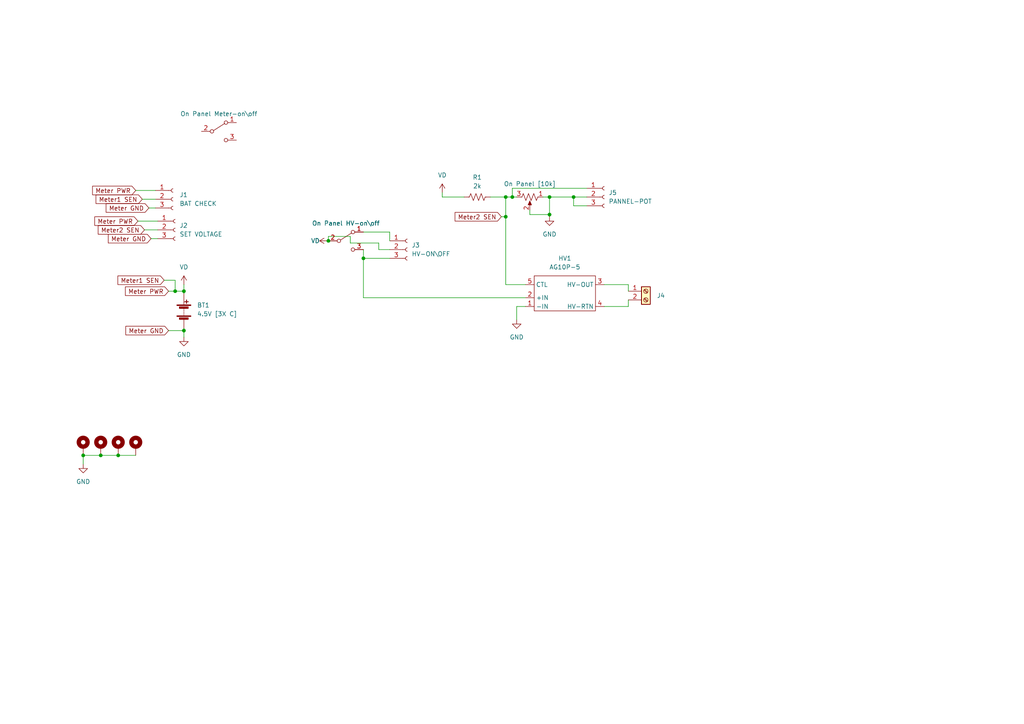
<source format=kicad_sch>
(kicad_sch (version 20211123) (generator eeschema)

  (uuid 38121979-721d-453f-adc0-de4118558174)

  (paper "A4")

  (lib_symbols
    (symbol "Connector:Conn_01x03_Female" (pin_names (offset 1.016) hide) (in_bom yes) (on_board yes)
      (property "Reference" "J" (id 0) (at 0 5.08 0)
        (effects (font (size 1.27 1.27)))
      )
      (property "Value" "Conn_01x03_Female" (id 1) (at 0 -5.08 0)
        (effects (font (size 1.27 1.27)))
      )
      (property "Footprint" "" (id 2) (at 0 0 0)
        (effects (font (size 1.27 1.27)) hide)
      )
      (property "Datasheet" "~" (id 3) (at 0 0 0)
        (effects (font (size 1.27 1.27)) hide)
      )
      (property "ki_keywords" "connector" (id 4) (at 0 0 0)
        (effects (font (size 1.27 1.27)) hide)
      )
      (property "ki_description" "Generic connector, single row, 01x03, script generated (kicad-library-utils/schlib/autogen/connector/)" (id 5) (at 0 0 0)
        (effects (font (size 1.27 1.27)) hide)
      )
      (property "ki_fp_filters" "Connector*:*_1x??_*" (id 6) (at 0 0 0)
        (effects (font (size 1.27 1.27)) hide)
      )
      (symbol "Conn_01x03_Female_1_1"
        (arc (start 0 -2.032) (mid -0.508 -2.54) (end 0 -3.048)
          (stroke (width 0.1524) (type default) (color 0 0 0 0))
          (fill (type none))
        )
        (polyline
          (pts
            (xy -1.27 -2.54)
            (xy -0.508 -2.54)
          )
          (stroke (width 0.1524) (type default) (color 0 0 0 0))
          (fill (type none))
        )
        (polyline
          (pts
            (xy -1.27 0)
            (xy -0.508 0)
          )
          (stroke (width 0.1524) (type default) (color 0 0 0 0))
          (fill (type none))
        )
        (polyline
          (pts
            (xy -1.27 2.54)
            (xy -0.508 2.54)
          )
          (stroke (width 0.1524) (type default) (color 0 0 0 0))
          (fill (type none))
        )
        (arc (start 0 0.508) (mid -0.508 0) (end 0 -0.508)
          (stroke (width 0.1524) (type default) (color 0 0 0 0))
          (fill (type none))
        )
        (arc (start 0 3.048) (mid -0.508 2.54) (end 0 2.032)
          (stroke (width 0.1524) (type default) (color 0 0 0 0))
          (fill (type none))
        )
        (pin passive line (at -5.08 2.54 0) (length 3.81)
          (name "Pin_1" (effects (font (size 1.27 1.27))))
          (number "1" (effects (font (size 1.27 1.27))))
        )
        (pin passive line (at -5.08 0 0) (length 3.81)
          (name "Pin_2" (effects (font (size 1.27 1.27))))
          (number "2" (effects (font (size 1.27 1.27))))
        )
        (pin passive line (at -5.08 -2.54 0) (length 3.81)
          (name "Pin_3" (effects (font (size 1.27 1.27))))
          (number "3" (effects (font (size 1.27 1.27))))
        )
      )
    )
    (symbol "Connector:Screw_Terminal_01x02" (pin_names (offset 1.016) hide) (in_bom yes) (on_board yes)
      (property "Reference" "J" (id 0) (at 0 2.54 0)
        (effects (font (size 1.27 1.27)))
      )
      (property "Value" "Screw_Terminal_01x02" (id 1) (at 0 -5.08 0)
        (effects (font (size 1.27 1.27)))
      )
      (property "Footprint" "" (id 2) (at 0 0 0)
        (effects (font (size 1.27 1.27)) hide)
      )
      (property "Datasheet" "~" (id 3) (at 0 0 0)
        (effects (font (size 1.27 1.27)) hide)
      )
      (property "ki_keywords" "screw terminal" (id 4) (at 0 0 0)
        (effects (font (size 1.27 1.27)) hide)
      )
      (property "ki_description" "Generic screw terminal, single row, 01x02, script generated (kicad-library-utils/schlib/autogen/connector/)" (id 5) (at 0 0 0)
        (effects (font (size 1.27 1.27)) hide)
      )
      (property "ki_fp_filters" "TerminalBlock*:*" (id 6) (at 0 0 0)
        (effects (font (size 1.27 1.27)) hide)
      )
      (symbol "Screw_Terminal_01x02_1_1"
        (rectangle (start -1.27 1.27) (end 1.27 -3.81)
          (stroke (width 0.254) (type default) (color 0 0 0 0))
          (fill (type background))
        )
        (circle (center 0 -2.54) (radius 0.635)
          (stroke (width 0.1524) (type default) (color 0 0 0 0))
          (fill (type none))
        )
        (polyline
          (pts
            (xy -0.5334 -2.2098)
            (xy 0.3302 -3.048)
          )
          (stroke (width 0.1524) (type default) (color 0 0 0 0))
          (fill (type none))
        )
        (polyline
          (pts
            (xy -0.5334 0.3302)
            (xy 0.3302 -0.508)
          )
          (stroke (width 0.1524) (type default) (color 0 0 0 0))
          (fill (type none))
        )
        (polyline
          (pts
            (xy -0.3556 -2.032)
            (xy 0.508 -2.8702)
          )
          (stroke (width 0.1524) (type default) (color 0 0 0 0))
          (fill (type none))
        )
        (polyline
          (pts
            (xy -0.3556 0.508)
            (xy 0.508 -0.3302)
          )
          (stroke (width 0.1524) (type default) (color 0 0 0 0))
          (fill (type none))
        )
        (circle (center 0 0) (radius 0.635)
          (stroke (width 0.1524) (type default) (color 0 0 0 0))
          (fill (type none))
        )
        (pin passive line (at -5.08 0 0) (length 3.81)
          (name "Pin_1" (effects (font (size 1.27 1.27))))
          (number "1" (effects (font (size 1.27 1.27))))
        )
        (pin passive line (at -5.08 -2.54 0) (length 3.81)
          (name "Pin_2" (effects (font (size 1.27 1.27))))
          (number "2" (effects (font (size 1.27 1.27))))
        )
      )
    )
    (symbol "Device:Battery" (pin_numbers hide) (pin_names (offset 0) hide) (in_bom yes) (on_board yes)
      (property "Reference" "BT" (id 0) (at 2.54 2.54 0)
        (effects (font (size 1.27 1.27)) (justify left))
      )
      (property "Value" "Battery" (id 1) (at 2.54 0 0)
        (effects (font (size 1.27 1.27)) (justify left))
      )
      (property "Footprint" "" (id 2) (at 0 1.524 90)
        (effects (font (size 1.27 1.27)) hide)
      )
      (property "Datasheet" "~" (id 3) (at 0 1.524 90)
        (effects (font (size 1.27 1.27)) hide)
      )
      (property "ki_keywords" "batt voltage-source cell" (id 4) (at 0 0 0)
        (effects (font (size 1.27 1.27)) hide)
      )
      (property "ki_description" "Multiple-cell battery" (id 5) (at 0 0 0)
        (effects (font (size 1.27 1.27)) hide)
      )
      (symbol "Battery_0_1"
        (rectangle (start -2.032 -1.397) (end 2.032 -1.651)
          (stroke (width 0) (type default) (color 0 0 0 0))
          (fill (type outline))
        )
        (rectangle (start -2.032 1.778) (end 2.032 1.524)
          (stroke (width 0) (type default) (color 0 0 0 0))
          (fill (type outline))
        )
        (rectangle (start -1.3208 -1.9812) (end 1.27 -2.4892)
          (stroke (width 0) (type default) (color 0 0 0 0))
          (fill (type outline))
        )
        (rectangle (start -1.3208 1.1938) (end 1.27 0.6858)
          (stroke (width 0) (type default) (color 0 0 0 0))
          (fill (type outline))
        )
        (polyline
          (pts
            (xy 0 -1.524)
            (xy 0 -1.27)
          )
          (stroke (width 0) (type default) (color 0 0 0 0))
          (fill (type none))
        )
        (polyline
          (pts
            (xy 0 -1.016)
            (xy 0 -0.762)
          )
          (stroke (width 0) (type default) (color 0 0 0 0))
          (fill (type none))
        )
        (polyline
          (pts
            (xy 0 -0.508)
            (xy 0 -0.254)
          )
          (stroke (width 0) (type default) (color 0 0 0 0))
          (fill (type none))
        )
        (polyline
          (pts
            (xy 0 0)
            (xy 0 0.254)
          )
          (stroke (width 0) (type default) (color 0 0 0 0))
          (fill (type none))
        )
        (polyline
          (pts
            (xy 0 0.508)
            (xy 0 0.762)
          )
          (stroke (width 0) (type default) (color 0 0 0 0))
          (fill (type none))
        )
        (polyline
          (pts
            (xy 0 1.778)
            (xy 0 2.54)
          )
          (stroke (width 0) (type default) (color 0 0 0 0))
          (fill (type none))
        )
        (polyline
          (pts
            (xy 0.254 2.667)
            (xy 1.27 2.667)
          )
          (stroke (width 0.254) (type default) (color 0 0 0 0))
          (fill (type none))
        )
        (polyline
          (pts
            (xy 0.762 3.175)
            (xy 0.762 2.159)
          )
          (stroke (width 0.254) (type default) (color 0 0 0 0))
          (fill (type none))
        )
      )
      (symbol "Battery_1_1"
        (pin passive line (at 0 5.08 270) (length 2.54)
          (name "+" (effects (font (size 1.27 1.27))))
          (number "1" (effects (font (size 1.27 1.27))))
        )
        (pin passive line (at 0 -5.08 90) (length 2.54)
          (name "-" (effects (font (size 1.27 1.27))))
          (number "2" (effects (font (size 1.27 1.27))))
        )
      )
    )
    (symbol "Device:R_Potentiometer_US" (pin_names (offset 1.016) hide) (in_bom yes) (on_board yes)
      (property "Reference" "RV" (id 0) (at -4.445 0 90)
        (effects (font (size 1.27 1.27)))
      )
      (property "Value" "R_Potentiometer_US" (id 1) (at -2.54 0 90)
        (effects (font (size 1.27 1.27)))
      )
      (property "Footprint" "" (id 2) (at 0 0 0)
        (effects (font (size 1.27 1.27)) hide)
      )
      (property "Datasheet" "~" (id 3) (at 0 0 0)
        (effects (font (size 1.27 1.27)) hide)
      )
      (property "ki_keywords" "resistor variable" (id 4) (at 0 0 0)
        (effects (font (size 1.27 1.27)) hide)
      )
      (property "ki_description" "Potentiometer, US symbol" (id 5) (at 0 0 0)
        (effects (font (size 1.27 1.27)) hide)
      )
      (property "ki_fp_filters" "Potentiometer*" (id 6) (at 0 0 0)
        (effects (font (size 1.27 1.27)) hide)
      )
      (symbol "R_Potentiometer_US_0_1"
        (polyline
          (pts
            (xy 0 -2.286)
            (xy 0 -2.54)
          )
          (stroke (width 0) (type default) (color 0 0 0 0))
          (fill (type none))
        )
        (polyline
          (pts
            (xy 0 2.54)
            (xy 0 2.286)
          )
          (stroke (width 0) (type default) (color 0 0 0 0))
          (fill (type none))
        )
        (polyline
          (pts
            (xy 2.54 0)
            (xy 1.524 0)
          )
          (stroke (width 0) (type default) (color 0 0 0 0))
          (fill (type none))
        )
        (polyline
          (pts
            (xy 1.143 0)
            (xy 2.286 0.508)
            (xy 2.286 -0.508)
            (xy 1.143 0)
          )
          (stroke (width 0) (type default) (color 0 0 0 0))
          (fill (type outline))
        )
        (polyline
          (pts
            (xy 0 -0.762)
            (xy 1.016 -1.143)
            (xy 0 -1.524)
            (xy -1.016 -1.905)
            (xy 0 -2.286)
          )
          (stroke (width 0) (type default) (color 0 0 0 0))
          (fill (type none))
        )
        (polyline
          (pts
            (xy 0 0.762)
            (xy 1.016 0.381)
            (xy 0 0)
            (xy -1.016 -0.381)
            (xy 0 -0.762)
          )
          (stroke (width 0) (type default) (color 0 0 0 0))
          (fill (type none))
        )
        (polyline
          (pts
            (xy 0 2.286)
            (xy 1.016 1.905)
            (xy 0 1.524)
            (xy -1.016 1.143)
            (xy 0 0.762)
          )
          (stroke (width 0) (type default) (color 0 0 0 0))
          (fill (type none))
        )
      )
      (symbol "R_Potentiometer_US_1_1"
        (pin passive line (at 0 3.81 270) (length 1.27)
          (name "1" (effects (font (size 1.27 1.27))))
          (number "1" (effects (font (size 1.27 1.27))))
        )
        (pin passive line (at 3.81 0 180) (length 1.27)
          (name "2" (effects (font (size 1.27 1.27))))
          (number "2" (effects (font (size 1.27 1.27))))
        )
        (pin passive line (at 0 -3.81 90) (length 1.27)
          (name "3" (effects (font (size 1.27 1.27))))
          (number "3" (effects (font (size 1.27 1.27))))
        )
      )
    )
    (symbol "Device:R_US" (pin_numbers hide) (pin_names (offset 0)) (in_bom yes) (on_board yes)
      (property "Reference" "R" (id 0) (at 2.54 0 90)
        (effects (font (size 1.27 1.27)))
      )
      (property "Value" "R_US" (id 1) (at -2.54 0 90)
        (effects (font (size 1.27 1.27)))
      )
      (property "Footprint" "" (id 2) (at 1.016 -0.254 90)
        (effects (font (size 1.27 1.27)) hide)
      )
      (property "Datasheet" "~" (id 3) (at 0 0 0)
        (effects (font (size 1.27 1.27)) hide)
      )
      (property "ki_keywords" "R res resistor" (id 4) (at 0 0 0)
        (effects (font (size 1.27 1.27)) hide)
      )
      (property "ki_description" "Resistor, US symbol" (id 5) (at 0 0 0)
        (effects (font (size 1.27 1.27)) hide)
      )
      (property "ki_fp_filters" "R_*" (id 6) (at 0 0 0)
        (effects (font (size 1.27 1.27)) hide)
      )
      (symbol "R_US_0_1"
        (polyline
          (pts
            (xy 0 -2.286)
            (xy 0 -2.54)
          )
          (stroke (width 0) (type default) (color 0 0 0 0))
          (fill (type none))
        )
        (polyline
          (pts
            (xy 0 2.286)
            (xy 0 2.54)
          )
          (stroke (width 0) (type default) (color 0 0 0 0))
          (fill (type none))
        )
        (polyline
          (pts
            (xy 0 -0.762)
            (xy 1.016 -1.143)
            (xy 0 -1.524)
            (xy -1.016 -1.905)
            (xy 0 -2.286)
          )
          (stroke (width 0) (type default) (color 0 0 0 0))
          (fill (type none))
        )
        (polyline
          (pts
            (xy 0 0.762)
            (xy 1.016 0.381)
            (xy 0 0)
            (xy -1.016 -0.381)
            (xy 0 -0.762)
          )
          (stroke (width 0) (type default) (color 0 0 0 0))
          (fill (type none))
        )
        (polyline
          (pts
            (xy 0 2.286)
            (xy 1.016 1.905)
            (xy 0 1.524)
            (xy -1.016 1.143)
            (xy 0 0.762)
          )
          (stroke (width 0) (type default) (color 0 0 0 0))
          (fill (type none))
        )
      )
      (symbol "R_US_1_1"
        (pin passive line (at 0 3.81 270) (length 1.27)
          (name "~" (effects (font (size 1.27 1.27))))
          (number "1" (effects (font (size 1.27 1.27))))
        )
        (pin passive line (at 0 -3.81 90) (length 1.27)
          (name "~" (effects (font (size 1.27 1.27))))
          (number "2" (effects (font (size 1.27 1.27))))
        )
      )
    )
    (symbol "Mechanical:MountingHole_Pad" (pin_numbers hide) (pin_names (offset 1.016) hide) (in_bom yes) (on_board yes)
      (property "Reference" "H" (id 0) (at 0 6.35 0)
        (effects (font (size 1.27 1.27)))
      )
      (property "Value" "MountingHole_Pad" (id 1) (at 0 4.445 0)
        (effects (font (size 1.27 1.27)))
      )
      (property "Footprint" "" (id 2) (at 0 0 0)
        (effects (font (size 1.27 1.27)) hide)
      )
      (property "Datasheet" "~" (id 3) (at 0 0 0)
        (effects (font (size 1.27 1.27)) hide)
      )
      (property "ki_keywords" "mounting hole" (id 4) (at 0 0 0)
        (effects (font (size 1.27 1.27)) hide)
      )
      (property "ki_description" "Mounting Hole with connection" (id 5) (at 0 0 0)
        (effects (font (size 1.27 1.27)) hide)
      )
      (property "ki_fp_filters" "MountingHole*Pad*" (id 6) (at 0 0 0)
        (effects (font (size 1.27 1.27)) hide)
      )
      (symbol "MountingHole_Pad_0_1"
        (circle (center 0 1.27) (radius 1.27)
          (stroke (width 1.27) (type default) (color 0 0 0 0))
          (fill (type none))
        )
      )
      (symbol "MountingHole_Pad_1_1"
        (pin input line (at 0 -2.54 90) (length 2.54)
          (name "1" (effects (font (size 1.27 1.27))))
          (number "1" (effects (font (size 1.27 1.27))))
        )
      )
    )
    (symbol "SAQHV_Library:AG10P-5" (in_bom yes) (on_board yes)
      (property "Reference" "HV" (id 0) (at 10.16 7.62 0)
        (effects (font (size 1.27 1.27)))
      )
      (property "Value" "AG10P-5" (id 1) (at 10.16 5.08 0)
        (effects (font (size 1.27 1.27)))
      )
      (property "Footprint" "" (id 2) (at 0 0 0)
        (effects (font (size 1.27 1.27)) hide)
      )
      (property "Datasheet" "" (id 3) (at 0 0 0)
        (effects (font (size 1.27 1.27)) hide)
      )
      (symbol "AG10P-5_0_0"
        (pin unspecified line (at 0 -5.08 0) (length 2.54)
          (name "-IN" (effects (font (size 1.27 1.27))))
          (number "1" (effects (font (size 1.27 1.27))))
        )
        (pin unspecified line (at 0 -2.54 0) (length 2.54)
          (name "+IN" (effects (font (size 1.27 1.27))))
          (number "2" (effects (font (size 1.27 1.27))))
        )
        (pin unspecified line (at 22.86 1.27 180) (length 2.54)
          (name "HV-OUT" (effects (font (size 1.27 1.27))))
          (number "3" (effects (font (size 1.27 1.27))))
        )
        (pin unspecified line (at 22.86 -5.08 180) (length 2.54)
          (name "HV-RTN" (effects (font (size 1.27 1.27))))
          (number "4" (effects (font (size 1.27 1.27))))
        )
        (pin unspecified line (at 0 1.27 0) (length 2.54)
          (name "CTL" (effects (font (size 1.27 1.27))))
          (number "5" (effects (font (size 1.27 1.27))))
        )
      )
      (symbol "AG10P-5_0_1"
        (rectangle (start 2.54 3.81) (end 20.32 -6.35)
          (stroke (width 0) (type default) (color 0 0 0 0))
          (fill (type none))
        )
      )
    )
    (symbol "Switch:SW_SPDT" (pin_names (offset 0) hide) (in_bom yes) (on_board yes)
      (property "Reference" "SW" (id 0) (at 0 4.318 0)
        (effects (font (size 1.27 1.27)))
      )
      (property "Value" "SW_SPDT" (id 1) (at 0 -5.08 0)
        (effects (font (size 1.27 1.27)))
      )
      (property "Footprint" "" (id 2) (at 0 0 0)
        (effects (font (size 1.27 1.27)) hide)
      )
      (property "Datasheet" "~" (id 3) (at 0 0 0)
        (effects (font (size 1.27 1.27)) hide)
      )
      (property "ki_keywords" "switch single-pole double-throw spdt ON-ON" (id 4) (at 0 0 0)
        (effects (font (size 1.27 1.27)) hide)
      )
      (property "ki_description" "Switch, single pole double throw" (id 5) (at 0 0 0)
        (effects (font (size 1.27 1.27)) hide)
      )
      (symbol "SW_SPDT_0_0"
        (circle (center -2.032 0) (radius 0.508)
          (stroke (width 0) (type default) (color 0 0 0 0))
          (fill (type none))
        )
        (circle (center 2.032 -2.54) (radius 0.508)
          (stroke (width 0) (type default) (color 0 0 0 0))
          (fill (type none))
        )
      )
      (symbol "SW_SPDT_0_1"
        (polyline
          (pts
            (xy -1.524 0.254)
            (xy 1.651 2.286)
          )
          (stroke (width 0) (type default) (color 0 0 0 0))
          (fill (type none))
        )
        (circle (center 2.032 2.54) (radius 0.508)
          (stroke (width 0) (type default) (color 0 0 0 0))
          (fill (type none))
        )
      )
      (symbol "SW_SPDT_1_1"
        (pin passive line (at 5.08 2.54 180) (length 2.54)
          (name "A" (effects (font (size 1.27 1.27))))
          (number "1" (effects (font (size 1.27 1.27))))
        )
        (pin passive line (at -5.08 0 0) (length 2.54)
          (name "B" (effects (font (size 1.27 1.27))))
          (number "2" (effects (font (size 1.27 1.27))))
        )
        (pin passive line (at 5.08 -2.54 180) (length 2.54)
          (name "C" (effects (font (size 1.27 1.27))))
          (number "3" (effects (font (size 1.27 1.27))))
        )
      )
    )
    (symbol "power:GND" (power) (pin_names (offset 0)) (in_bom yes) (on_board yes)
      (property "Reference" "#PWR" (id 0) (at 0 -6.35 0)
        (effects (font (size 1.27 1.27)) hide)
      )
      (property "Value" "GND" (id 1) (at 0 -3.81 0)
        (effects (font (size 1.27 1.27)))
      )
      (property "Footprint" "" (id 2) (at 0 0 0)
        (effects (font (size 1.27 1.27)) hide)
      )
      (property "Datasheet" "" (id 3) (at 0 0 0)
        (effects (font (size 1.27 1.27)) hide)
      )
      (property "ki_keywords" "power-flag" (id 4) (at 0 0 0)
        (effects (font (size 1.27 1.27)) hide)
      )
      (property "ki_description" "Power symbol creates a global label with name \"GND\" , ground" (id 5) (at 0 0 0)
        (effects (font (size 1.27 1.27)) hide)
      )
      (symbol "GND_0_1"
        (polyline
          (pts
            (xy 0 0)
            (xy 0 -1.27)
            (xy 1.27 -1.27)
            (xy 0 -2.54)
            (xy -1.27 -1.27)
            (xy 0 -1.27)
          )
          (stroke (width 0) (type default) (color 0 0 0 0))
          (fill (type none))
        )
      )
      (symbol "GND_1_1"
        (pin power_in line (at 0 0 270) (length 0) hide
          (name "GND" (effects (font (size 1.27 1.27))))
          (number "1" (effects (font (size 1.27 1.27))))
        )
      )
    )
    (symbol "power:VD" (power) (pin_names (offset 0)) (in_bom yes) (on_board yes)
      (property "Reference" "#PWR" (id 0) (at 0 -3.81 0)
        (effects (font (size 1.27 1.27)) hide)
      )
      (property "Value" "VD" (id 1) (at 0 3.81 0)
        (effects (font (size 1.27 1.27)))
      )
      (property "Footprint" "" (id 2) (at 0 0 0)
        (effects (font (size 1.27 1.27)) hide)
      )
      (property "Datasheet" "" (id 3) (at 0 0 0)
        (effects (font (size 1.27 1.27)) hide)
      )
      (property "ki_keywords" "power-flag" (id 4) (at 0 0 0)
        (effects (font (size 1.27 1.27)) hide)
      )
      (property "ki_description" "Power symbol creates a global label with name \"VD\"" (id 5) (at 0 0 0)
        (effects (font (size 1.27 1.27)) hide)
      )
      (symbol "VD_0_1"
        (polyline
          (pts
            (xy -0.762 1.27)
            (xy 0 2.54)
          )
          (stroke (width 0) (type default) (color 0 0 0 0))
          (fill (type none))
        )
        (polyline
          (pts
            (xy 0 0)
            (xy 0 2.54)
          )
          (stroke (width 0) (type default) (color 0 0 0 0))
          (fill (type none))
        )
        (polyline
          (pts
            (xy 0 2.54)
            (xy 0.762 1.27)
          )
          (stroke (width 0) (type default) (color 0 0 0 0))
          (fill (type none))
        )
      )
      (symbol "VD_1_1"
        (pin power_in line (at 0 0 90) (length 0) hide
          (name "VD" (effects (font (size 1.27 1.27))))
          (number "1" (effects (font (size 1.27 1.27))))
        )
      )
    )
  )

  (junction (at 159.385 57.15) (diameter 0) (color 0 0 0 0)
    (uuid 09840cb3-7114-4f04-8993-5341c028ee0d)
  )
  (junction (at 95.25 69.85) (diameter 0) (color 0 0 0 0)
    (uuid 19e2461f-e16b-4ac7-81da-5942b27f49d6)
  )
  (junction (at 159.385 62.23) (diameter 0) (color 0 0 0 0)
    (uuid 223c82da-058f-4599-9c2b-5486fba7b544)
  )
  (junction (at 34.29 132.08) (diameter 0) (color 0 0 0 0)
    (uuid 28a75b55-ab89-40a5-9191-6a1378113abe)
  )
  (junction (at 146.685 57.15) (diameter 0) (color 0 0 0 0)
    (uuid 33843ea9-ccf0-4eeb-bba3-799db78c8738)
  )
  (junction (at 29.21 132.08) (diameter 0) (color 0 0 0 0)
    (uuid 3a3b5b69-d89b-4e3f-a389-79cee4eb6c05)
  )
  (junction (at 146.685 62.865) (diameter 0) (color 0 0 0 0)
    (uuid 8953ce8e-b01e-4354-b116-d84a955fa811)
  )
  (junction (at 166.37 57.15) (diameter 0) (color 0 0 0 0)
    (uuid 9834a180-c452-4920-a672-3c685ec449a1)
  )
  (junction (at 148.59 57.15) (diameter 0) (color 0 0 0 0)
    (uuid cfca2316-6b7d-413a-9da9-06e8e38620bf)
  )
  (junction (at 53.34 84.455) (diameter 0) (color 0 0 0 0)
    (uuid d09da9b1-e550-4513-be8d-ff9b6c7c7b8c)
  )
  (junction (at 24.13 132.08) (diameter 0) (color 0 0 0 0)
    (uuid e6329c28-edce-4b96-9687-ba7600ae615a)
  )
  (junction (at 50.8 84.455) (diameter 0) (color 0 0 0 0)
    (uuid f36c7f80-00e5-4eaa-be17-0a94243fe1be)
  )
  (junction (at 105.41 74.93) (diameter 0) (color 0 0 0 0)
    (uuid f93ca5cc-06bb-49fa-911d-57af48ee0a28)
  )
  (junction (at 53.34 95.885) (diameter 0) (color 0 0 0 0)
    (uuid ffd7afca-c62b-4e6d-9cc4-544876c22768)
  )

  (wire (pts (xy 157.48 57.15) (xy 159.385 57.15))
    (stroke (width 0) (type default) (color 0 0 0 0))
    (uuid 0130a1e4-9995-4916-ae2f-c85e6cfcf2a5)
  )
  (wire (pts (xy 48.895 84.455) (xy 50.8 84.455))
    (stroke (width 0) (type default) (color 0 0 0 0))
    (uuid 0349fda5-d319-4eae-816c-69a46a69ced4)
  )
  (wire (pts (xy 41.275 57.785) (xy 45.085 57.785))
    (stroke (width 0) (type default) (color 0 0 0 0))
    (uuid 059ea0bf-751e-4f3a-bc25-22ea3144149b)
  )
  (wire (pts (xy 145.415 62.865) (xy 146.685 62.865))
    (stroke (width 0) (type default) (color 0 0 0 0))
    (uuid 099fb75a-01e4-4949-8972-dbccc4e491a3)
  )
  (wire (pts (xy 149.86 88.9) (xy 149.86 92.71))
    (stroke (width 0) (type default) (color 0 0 0 0))
    (uuid 0f235a10-cc7d-42c6-9110-0f23d40f9afb)
  )
  (wire (pts (xy 166.37 57.15) (xy 170.18 57.15))
    (stroke (width 0) (type default) (color 0 0 0 0))
    (uuid 128f2f60-dcef-40d3-ba41-529c57f098fc)
  )
  (wire (pts (xy 39.37 132.08) (xy 34.29 132.08))
    (stroke (width 0) (type default) (color 0 0 0 0))
    (uuid 164531d4-37ba-4bd3-94c6-bd5244140db8)
  )
  (wire (pts (xy 152.4 82.55) (xy 146.685 82.55))
    (stroke (width 0) (type default) (color 0 0 0 0))
    (uuid 1bca2ee8-69bf-4b9c-9f41-0362b70091d0)
  )
  (wire (pts (xy 47.625 81.28) (xy 50.8 81.28))
    (stroke (width 0) (type default) (color 0 0 0 0))
    (uuid 2223a06e-13c2-4edd-9480-e8768ab49ef5)
  )
  (wire (pts (xy 182.245 86.995) (xy 182.245 88.9))
    (stroke (width 0) (type default) (color 0 0 0 0))
    (uuid 275a6f11-ea20-48c4-900e-50e7717ea598)
  )
  (wire (pts (xy 159.385 57.15) (xy 166.37 57.15))
    (stroke (width 0) (type default) (color 0 0 0 0))
    (uuid 31770e7f-32b1-45bb-a492-7d715b566d2b)
  )
  (wire (pts (xy 153.67 60.96) (xy 153.67 62.23))
    (stroke (width 0) (type default) (color 0 0 0 0))
    (uuid 3444c7a9-4a08-46e2-bb3f-65c8d986003b)
  )
  (wire (pts (xy 148.59 57.15) (xy 149.86 57.15))
    (stroke (width 0) (type default) (color 0 0 0 0))
    (uuid 38d8900c-0189-4d8a-8850-cc4c7d182607)
  )
  (wire (pts (xy 95.25 69.85) (xy 95.25 68.58))
    (stroke (width 0) (type default) (color 0 0 0 0))
    (uuid 3dfc2ed6-c759-4f9a-9739-d692a669a305)
  )
  (wire (pts (xy 53.34 84.455) (xy 53.34 85.09))
    (stroke (width 0) (type default) (color 0 0 0 0))
    (uuid 44f948b8-ca70-4708-8e6a-3c23ac0fadcc)
  )
  (wire (pts (xy 95.25 68.58) (xy 101.6 68.58))
    (stroke (width 0) (type default) (color 0 0 0 0))
    (uuid 47b3065f-6a6b-4bf9-a7f8-b7c5195218a6)
  )
  (wire (pts (xy 43.18 60.325) (xy 45.085 60.325))
    (stroke (width 0) (type default) (color 0 0 0 0))
    (uuid 49c3614d-e8ca-4b44-8505-2cae8fb69e24)
  )
  (wire (pts (xy 101.6 70.485) (xy 109.855 70.485))
    (stroke (width 0) (type default) (color 0 0 0 0))
    (uuid 4b3a8856-55a4-4f4a-8297-43494de80ea7)
  )
  (wire (pts (xy 29.21 132.08) (xy 24.13 132.08))
    (stroke (width 0) (type default) (color 0 0 0 0))
    (uuid 5370c8c3-f52c-4f86-99c0-442c5a02aff5)
  )
  (wire (pts (xy 152.4 86.36) (xy 105.41 86.36))
    (stroke (width 0) (type default) (color 0 0 0 0))
    (uuid 5d8f672d-c4c5-49fc-ad8a-68a9002b0f69)
  )
  (wire (pts (xy 182.245 82.55) (xy 182.245 84.455))
    (stroke (width 0) (type default) (color 0 0 0 0))
    (uuid 66204abf-242f-4a24-a222-93c96a6c94a0)
  )
  (wire (pts (xy 159.385 57.15) (xy 159.385 62.23))
    (stroke (width 0) (type default) (color 0 0 0 0))
    (uuid 6a26a070-c83f-4e48-a12a-b1535baba43e)
  )
  (wire (pts (xy 113.03 69.85) (xy 113.03 67.31))
    (stroke (width 0) (type default) (color 0 0 0 0))
    (uuid 6dbbda03-df10-465c-a934-4eb056da5ce4)
  )
  (wire (pts (xy 159.385 62.23) (xy 159.385 62.865))
    (stroke (width 0) (type default) (color 0 0 0 0))
    (uuid 74b46913-5856-41d9-9c68-a0518448a2cc)
  )
  (wire (pts (xy 113.03 74.93) (xy 105.41 74.93))
    (stroke (width 0) (type default) (color 0 0 0 0))
    (uuid 75734a22-48fe-4cc7-a33e-c05d00169e65)
  )
  (wire (pts (xy 105.41 86.36) (xy 105.41 74.93))
    (stroke (width 0) (type default) (color 0 0 0 0))
    (uuid 79ed16c3-d4d4-4698-ae44-0176d43f8538)
  )
  (wire (pts (xy 146.685 82.55) (xy 146.685 62.865))
    (stroke (width 0) (type default) (color 0 0 0 0))
    (uuid 7ec08e7c-2fd6-4258-aeff-2e403565ba55)
  )
  (wire (pts (xy 105.41 74.93) (xy 105.41 72.39))
    (stroke (width 0) (type default) (color 0 0 0 0))
    (uuid 87afbf9f-990e-4410-b6a5-e5460c013e3d)
  )
  (wire (pts (xy 39.37 55.245) (xy 45.085 55.245))
    (stroke (width 0) (type default) (color 0 0 0 0))
    (uuid 93c57b42-f5f3-4de0-9ff4-bb1c17b52b65)
  )
  (wire (pts (xy 50.8 84.455) (xy 53.34 84.455))
    (stroke (width 0) (type default) (color 0 0 0 0))
    (uuid 94c41b99-efcc-4832-9cb9-88f4f9ffa688)
  )
  (wire (pts (xy 175.26 88.9) (xy 182.245 88.9))
    (stroke (width 0) (type default) (color 0 0 0 0))
    (uuid a6e65267-7e67-43f3-af5f-d020569d22be)
  )
  (wire (pts (xy 109.855 72.39) (xy 109.855 70.485))
    (stroke (width 0) (type default) (color 0 0 0 0))
    (uuid aeca3ef8-71cd-4b02-a3e5-a8220d86448f)
  )
  (wire (pts (xy 113.03 72.39) (xy 109.855 72.39))
    (stroke (width 0) (type default) (color 0 0 0 0))
    (uuid b011dc1a-2922-4dab-ad9e-32e5ea9712f0)
  )
  (wire (pts (xy 146.685 62.865) (xy 146.685 57.15))
    (stroke (width 0) (type default) (color 0 0 0 0))
    (uuid b3dd89cf-a7cf-4123-b898-12af17073482)
  )
  (wire (pts (xy 48.895 95.885) (xy 53.34 95.885))
    (stroke (width 0) (type default) (color 0 0 0 0))
    (uuid bc8885e3-14dd-4a68-968d-60ae235f5045)
  )
  (wire (pts (xy 50.8 81.28) (xy 50.8 84.455))
    (stroke (width 0) (type default) (color 0 0 0 0))
    (uuid bd332c11-4da9-43c3-9720-06844df9bc8b)
  )
  (wire (pts (xy 142.24 57.15) (xy 146.685 57.15))
    (stroke (width 0) (type default) (color 0 0 0 0))
    (uuid c13840a9-e9be-4017-b03c-929694bcabce)
  )
  (wire (pts (xy 128.27 55.88) (xy 128.27 57.15))
    (stroke (width 0) (type default) (color 0 0 0 0))
    (uuid c8cf20e3-0784-47a0-a4c9-765a67d8b30c)
  )
  (wire (pts (xy 170.18 59.69) (xy 166.37 59.69))
    (stroke (width 0) (type default) (color 0 0 0 0))
    (uuid ce78326d-89e3-4909-8a83-50b7b84dac4d)
  )
  (wire (pts (xy 40.005 64.135) (xy 45.72 64.135))
    (stroke (width 0) (type default) (color 0 0 0 0))
    (uuid ceb0ba30-d17f-4202-9fb1-52658dbc1e9f)
  )
  (wire (pts (xy 148.59 54.61) (xy 148.59 57.15))
    (stroke (width 0) (type default) (color 0 0 0 0))
    (uuid d1c17d13-88b5-4251-98f5-dfe3d8d40cf6)
  )
  (wire (pts (xy 53.34 82.55) (xy 53.34 84.455))
    (stroke (width 0) (type default) (color 0 0 0 0))
    (uuid d2d72f8a-8295-4008-bca6-9208a5f72ef2)
  )
  (wire (pts (xy 146.685 57.15) (xy 148.59 57.15))
    (stroke (width 0) (type default) (color 0 0 0 0))
    (uuid dca700b6-f807-4bfd-a68f-b981f9c20e86)
  )
  (wire (pts (xy 34.29 132.08) (xy 29.21 132.08))
    (stroke (width 0) (type default) (color 0 0 0 0))
    (uuid dcf812ee-3f36-418d-8038-168931297122)
  )
  (wire (pts (xy 41.91 66.675) (xy 45.72 66.675))
    (stroke (width 0) (type default) (color 0 0 0 0))
    (uuid e9451882-12d3-4a73-81b7-e74f250c0b94)
  )
  (wire (pts (xy 53.34 95.885) (xy 53.34 97.79))
    (stroke (width 0) (type default) (color 0 0 0 0))
    (uuid ea793b9c-933e-4f6d-b57d-96d8554313a3)
  )
  (wire (pts (xy 175.26 82.55) (xy 182.245 82.55))
    (stroke (width 0) (type default) (color 0 0 0 0))
    (uuid eef32443-17c2-4711-a4fe-1473c6ecbc79)
  )
  (wire (pts (xy 170.18 54.61) (xy 148.59 54.61))
    (stroke (width 0) (type default) (color 0 0 0 0))
    (uuid ef33cb28-e817-4821-aaaf-68ee47054b52)
  )
  (wire (pts (xy 134.62 57.15) (xy 128.27 57.15))
    (stroke (width 0) (type default) (color 0 0 0 0))
    (uuid ef472e27-ca90-49ba-92f9-fdf32fe589df)
  )
  (wire (pts (xy 53.34 95.25) (xy 53.34 95.885))
    (stroke (width 0) (type default) (color 0 0 0 0))
    (uuid f0311bee-9990-4bd6-a010-8da7de85d4c3)
  )
  (wire (pts (xy 152.4 88.9) (xy 149.86 88.9))
    (stroke (width 0) (type default) (color 0 0 0 0))
    (uuid f2780c8e-06fd-4175-85a9-a95a1e9d72ca)
  )
  (wire (pts (xy 105.41 67.31) (xy 113.03 67.31))
    (stroke (width 0) (type default) (color 0 0 0 0))
    (uuid f4899ccf-8d49-423d-bca5-fac2ba902c17)
  )
  (wire (pts (xy 24.13 132.08) (xy 24.13 134.62))
    (stroke (width 0) (type default) (color 0 0 0 0))
    (uuid f600b8ea-4925-44c5-b312-1c61434716ab)
  )
  (wire (pts (xy 43.815 69.215) (xy 45.72 69.215))
    (stroke (width 0) (type default) (color 0 0 0 0))
    (uuid f6c72b3f-ba86-45d5-b877-91a0ec89326b)
  )
  (wire (pts (xy 101.6 68.58) (xy 101.6 70.485))
    (stroke (width 0) (type default) (color 0 0 0 0))
    (uuid f7b6fbba-0659-497f-b9f6-e124a91bc68d)
  )
  (wire (pts (xy 153.67 62.23) (xy 159.385 62.23))
    (stroke (width 0) (type default) (color 0 0 0 0))
    (uuid fd892e28-1dac-428d-965d-9a16108f7d72)
  )
  (wire (pts (xy 166.37 59.69) (xy 166.37 57.15))
    (stroke (width 0) (type default) (color 0 0 0 0))
    (uuid fe95657c-1a28-444b-bd05-3b6452dd866d)
  )

  (global_label "Meter PWR" (shape input) (at 40.005 64.135 180) (fields_autoplaced)
    (effects (font (size 1.27 1.27)) (justify right))
    (uuid 37bfbbe3-dbcc-4b99-8c68-c82e2b6ba2c0)
    (property "Intersheet References" "${INTERSHEET_REFS}" (id 0) (at 27.4924 64.0556 0)
      (effects (font (size 1.27 1.27)) (justify right) hide)
    )
  )
  (global_label "Meter2 SEN" (shape input) (at 145.415 62.865 180) (fields_autoplaced)
    (effects (font (size 1.27 1.27)) (justify right))
    (uuid 4020b54e-1f2e-4398-be45-7a397f0afead)
    (property "Intersheet References" "${INTERSHEET_REFS}" (id 0) (at 131.9952 62.7856 0)
      (effects (font (size 1.27 1.27)) (justify right) hide)
    )
  )
  (global_label "Meter PWR" (shape input) (at 48.895 84.455 180) (fields_autoplaced)
    (effects (font (size 1.27 1.27)) (justify right))
    (uuid 484c7d80-34d8-4c2b-b62d-3b81d7325784)
    (property "Intersheet References" "${INTERSHEET_REFS}" (id 0) (at 36.3824 84.3756 0)
      (effects (font (size 1.27 1.27)) (justify right) hide)
    )
  )
  (global_label "Meter GND" (shape input) (at 43.18 60.325 180) (fields_autoplaced)
    (effects (font (size 1.27 1.27)) (justify right))
    (uuid 528cc2f5-8348-4cf1-837a-38719543a3d4)
    (property "Intersheet References" "${INTERSHEET_REFS}" (id 0) (at 30.7883 60.2456 0)
      (effects (font (size 1.27 1.27)) (justify right) hide)
    )
  )
  (global_label "Meter GND" (shape input) (at 48.895 95.885 180) (fields_autoplaced)
    (effects (font (size 1.27 1.27)) (justify right))
    (uuid 6574df84-177e-4273-8859-fc0c395ac0a8)
    (property "Intersheet References" "${INTERSHEET_REFS}" (id 0) (at 36.5033 95.8056 0)
      (effects (font (size 1.27 1.27)) (justify right) hide)
    )
  )
  (global_label "Meter PWR" (shape input) (at 39.37 55.245 180) (fields_autoplaced)
    (effects (font (size 1.27 1.27)) (justify right))
    (uuid 7450c0b7-9489-4e1c-bff1-e76a4e5b38e1)
    (property "Intersheet References" "${INTERSHEET_REFS}" (id 0) (at 26.8574 55.1656 0)
      (effects (font (size 1.27 1.27)) (justify right) hide)
    )
  )
  (global_label "Meter2 SEN" (shape input) (at 41.91 66.675 180) (fields_autoplaced)
    (effects (font (size 1.27 1.27)) (justify right))
    (uuid 99ee0631-8886-40aa-b5d7-b731e76e0ec5)
    (property "Intersheet References" "${INTERSHEET_REFS}" (id 0) (at 28.4902 66.5956 0)
      (effects (font (size 1.27 1.27)) (justify right) hide)
    )
  )
  (global_label "Meter1 SEN" (shape input) (at 47.625 81.28 180) (fields_autoplaced)
    (effects (font (size 1.27 1.27)) (justify right))
    (uuid a5ffb191-2ce7-4bed-be5e-258840ed89c5)
    (property "Intersheet References" "${INTERSHEET_REFS}" (id 0) (at 34.2052 81.2006 0)
      (effects (font (size 1.27 1.27)) (justify right) hide)
    )
  )
  (global_label "Meter GND" (shape input) (at 43.815 69.215 180) (fields_autoplaced)
    (effects (font (size 1.27 1.27)) (justify right))
    (uuid ba340dfc-a768-4a43-990b-57fe27b93246)
    (property "Intersheet References" "${INTERSHEET_REFS}" (id 0) (at 31.4233 69.1356 0)
      (effects (font (size 1.27 1.27)) (justify right) hide)
    )
  )
  (global_label "Meter1 SEN" (shape input) (at 41.275 57.785 180) (fields_autoplaced)
    (effects (font (size 1.27 1.27)) (justify right))
    (uuid cfc0ee4f-b420-4cad-83d5-a2ae1c5a1c4f)
    (property "Intersheet References" "${INTERSHEET_REFS}" (id 0) (at 27.8552 57.7056 0)
      (effects (font (size 1.27 1.27)) (justify right) hide)
    )
  )

  (symbol (lib_id "power:GND") (at 159.385 62.865 0) (unit 1)
    (in_bom yes) (on_board yes) (fields_autoplaced)
    (uuid 0b80e1e0-42d3-414b-98b0-606dd2e659d8)
    (property "Reference" "#PWR0104" (id 0) (at 159.385 69.215 0)
      (effects (font (size 1.27 1.27)) hide)
    )
    (property "Value" "GND" (id 1) (at 159.385 67.945 0))
    (property "Footprint" "" (id 2) (at 159.385 62.865 0)
      (effects (font (size 1.27 1.27)) hide)
    )
    (property "Datasheet" "" (id 3) (at 159.385 62.865 0)
      (effects (font (size 1.27 1.27)) hide)
    )
    (pin "1" (uuid a8d5e4ba-b6e2-4f9e-8d14-de890be8b209))
  )

  (symbol (lib_id "power:VD") (at 53.34 82.55 0) (unit 1)
    (in_bom yes) (on_board yes) (fields_autoplaced)
    (uuid 17022083-3bc7-4798-952c-d0e9e3c1e73f)
    (property "Reference" "#PWR0105" (id 0) (at 53.34 86.36 0)
      (effects (font (size 1.27 1.27)) hide)
    )
    (property "Value" "VD" (id 1) (at 53.34 77.47 0))
    (property "Footprint" "" (id 2) (at 53.34 82.55 0)
      (effects (font (size 1.27 1.27)) hide)
    )
    (property "Datasheet" "" (id 3) (at 53.34 82.55 0)
      (effects (font (size 1.27 1.27)) hide)
    )
    (pin "1" (uuid b0dea7cf-093c-4d17-8d17-0468339b0668))
  )

  (symbol (lib_id "Connector:Conn_01x03_Female") (at 50.8 66.675 0) (unit 1)
    (in_bom yes) (on_board yes) (fields_autoplaced)
    (uuid 23638bf9-8b0a-4768-86c2-4c71d01da94c)
    (property "Reference" "J2" (id 0) (at 52.07 65.4049 0)
      (effects (font (size 1.27 1.27)) (justify left))
    )
    (property "Value" "SET VOLTAGE" (id 1) (at 52.07 67.9449 0)
      (effects (font (size 1.27 1.27)) (justify left))
    )
    (property "Footprint" "Connector_PinHeader_2.54mm:PinHeader_1x03_P2.54mm_Vertical" (id 2) (at 50.8 66.675 0)
      (effects (font (size 1.27 1.27)) hide)
    )
    (property "Datasheet" "~" (id 3) (at 50.8 66.675 0)
      (effects (font (size 1.27 1.27)) hide)
    )
    (pin "1" (uuid fab8749c-9e05-422c-b996-736356bfdd95))
    (pin "2" (uuid 20dae8eb-69c6-46c5-a115-bb0e899fe917))
    (pin "3" (uuid 03ff29de-b381-48ef-a619-5773388a45fb))
  )

  (symbol (lib_id "Connector:Conn_01x03_Female") (at 175.26 57.15 0) (unit 1)
    (in_bom yes) (on_board yes) (fields_autoplaced)
    (uuid 26e4a474-8a0f-44e4-a083-5156b33d5329)
    (property "Reference" "J5" (id 0) (at 176.53 55.8799 0)
      (effects (font (size 1.27 1.27)) (justify left))
    )
    (property "Value" "PANNEL-POT" (id 1) (at 176.53 58.4199 0)
      (effects (font (size 1.27 1.27)) (justify left))
    )
    (property "Footprint" "Connector_PinHeader_2.54mm:PinHeader_1x03_P2.54mm_Vertical" (id 2) (at 175.26 57.15 0)
      (effects (font (size 1.27 1.27)) hide)
    )
    (property "Datasheet" "~" (id 3) (at 175.26 57.15 0)
      (effects (font (size 1.27 1.27)) hide)
    )
    (pin "1" (uuid 4f5716ce-ffc6-49a0-972d-b38678e33ea2))
    (pin "2" (uuid fb4efd18-28c9-499c-9f48-5d7447461da3))
    (pin "3" (uuid 6c843bf6-f38e-4194-9a8e-7f72e1165388))
  )

  (symbol (lib_id "Mechanical:MountingHole_Pad") (at 29.21 129.54 0) (unit 1)
    (in_bom yes) (on_board yes) (fields_autoplaced)
    (uuid 32bca677-d0bd-446c-83a4-c3f34dd8275b)
    (property "Reference" "H2" (id 0) (at 31.75 128.2699 0)
      (effects (font (size 1.27 1.27)) (justify left) hide)
    )
    (property "Value" "MountingHole_Pad" (id 1) (at 31.75 129.5399 0)
      (effects (font (size 1.27 1.27)) (justify left) hide)
    )
    (property "Footprint" "MountingHole:MountingHole_3mm_Pad" (id 2) (at 29.21 129.54 0)
      (effects (font (size 1.27 1.27)) hide)
    )
    (property "Datasheet" "~" (id 3) (at 29.21 129.54 0)
      (effects (font (size 1.27 1.27)) hide)
    )
    (pin "1" (uuid 59d042f3-ece5-458c-873e-907632aa506f))
  )

  (symbol (lib_id "Mechanical:MountingHole_Pad") (at 24.13 129.54 0) (unit 1)
    (in_bom yes) (on_board yes) (fields_autoplaced)
    (uuid 33d71355-2321-4ab8-8971-45c27b3aa82f)
    (property "Reference" "H1" (id 0) (at 26.67 128.2699 0)
      (effects (font (size 1.27 1.27)) (justify left) hide)
    )
    (property "Value" "MountingHole_Pad" (id 1) (at 26.67 129.5399 0)
      (effects (font (size 1.27 1.27)) (justify left) hide)
    )
    (property "Footprint" "MountingHole:MountingHole_3mm_Pad" (id 2) (at 24.13 129.54 0)
      (effects (font (size 1.27 1.27)) hide)
    )
    (property "Datasheet" "~" (id 3) (at 24.13 129.54 0)
      (effects (font (size 1.27 1.27)) hide)
    )
    (pin "1" (uuid 2ba2f7c7-9d6a-465d-904b-b6417ed0899b))
  )

  (symbol (lib_id "Device:Battery") (at 53.34 90.17 0) (unit 1)
    (in_bom yes) (on_board yes) (fields_autoplaced)
    (uuid 3d8d6085-9cf1-42c5-b07b-fdb5d6c4ebba)
    (property "Reference" "BT1" (id 0) (at 57.15 88.5189 0)
      (effects (font (size 1.27 1.27)) (justify left))
    )
    (property "Value" "4.5V [3X C]" (id 1) (at 57.15 91.0589 0)
      (effects (font (size 1.27 1.27)) (justify left))
    )
    (property "Footprint" "TerminalBlock:TerminalBlock_Altech_AK300-2_P5.00mm" (id 2) (at 53.34 88.646 90)
      (effects (font (size 1.27 1.27)) hide)
    )
    (property "Datasheet" "~" (id 3) (at 53.34 88.646 90)
      (effects (font (size 1.27 1.27)) hide)
    )
    (pin "1" (uuid 6e5e3172-1f06-4287-9db5-bee93b8ea3f9))
    (pin "2" (uuid 40ff9989-7041-49ca-984b-bcc6ca397677))
  )

  (symbol (lib_id "Device:R_Potentiometer_US") (at 153.67 57.15 270) (unit 1)
    (in_bom yes) (on_board yes) (fields_autoplaced)
    (uuid 6683181c-ff33-435f-a8ae-7ae899d522fd)
    (property "Reference" "RV1" (id 0) (at 153.67 50.8 90)
      (effects (font (size 1.27 1.27)) hide)
    )
    (property "Value" "On Panel [10k]" (id 1) (at 153.67 53.34 90))
    (property "Footprint" "" (id 2) (at 153.67 57.15 0)
      (effects (font (size 1.27 1.27)) hide)
    )
    (property "Datasheet" "~" (id 3) (at 153.67 57.15 0)
      (effects (font (size 1.27 1.27)) hide)
    )
    (pin "1" (uuid e73e388d-e5b4-4ebc-b038-82787acaaaad))
    (pin "2" (uuid e167bbb9-c022-48dd-9c23-469ec0520b85))
    (pin "3" (uuid 15fab1ba-34f7-47df-997e-3943691ee4f0))
  )

  (symbol (lib_id "Mechanical:MountingHole_Pad") (at 39.37 129.54 0) (unit 1)
    (in_bom yes) (on_board yes) (fields_autoplaced)
    (uuid 73cd7a66-f516-417d-a69e-e64d34e3a7fe)
    (property "Reference" "H4" (id 0) (at 41.91 128.2699 0)
      (effects (font (size 1.27 1.27)) (justify left) hide)
    )
    (property "Value" "MountingHole_Pad" (id 1) (at 41.91 129.5399 0)
      (effects (font (size 1.27 1.27)) (justify left) hide)
    )
    (property "Footprint" "MountingHole:MountingHole_3mm_Pad" (id 2) (at 39.37 129.54 0)
      (effects (font (size 1.27 1.27)) hide)
    )
    (property "Datasheet" "~" (id 3) (at 39.37 129.54 0)
      (effects (font (size 1.27 1.27)) hide)
    )
    (pin "1" (uuid 1199261d-480d-4fed-b840-a769cd42600e))
  )

  (symbol (lib_id "power:VD") (at 128.27 55.88 0) (unit 1)
    (in_bom yes) (on_board yes) (fields_autoplaced)
    (uuid 75f6e527-46d9-4e48-b234-fb15900a1c3d)
    (property "Reference" "#PWR0107" (id 0) (at 128.27 59.69 0)
      (effects (font (size 1.27 1.27)) hide)
    )
    (property "Value" "VD" (id 1) (at 128.27 50.8 0))
    (property "Footprint" "" (id 2) (at 128.27 55.88 0)
      (effects (font (size 1.27 1.27)) hide)
    )
    (property "Datasheet" "" (id 3) (at 128.27 55.88 0)
      (effects (font (size 1.27 1.27)) hide)
    )
    (pin "1" (uuid 74d4a23f-f12e-4dbd-970c-e42062fe0086))
  )

  (symbol (lib_id "Connector:Conn_01x03_Female") (at 118.11 72.39 0) (unit 1)
    (in_bom yes) (on_board yes) (fields_autoplaced)
    (uuid 7e6693af-c090-4430-873d-93fe9e2d06a5)
    (property "Reference" "J3" (id 0) (at 119.38 71.1199 0)
      (effects (font (size 1.27 1.27)) (justify left))
    )
    (property "Value" "HV-ON\\OFF" (id 1) (at 119.38 73.6599 0)
      (effects (font (size 1.27 1.27)) (justify left))
    )
    (property "Footprint" "Connector_PinHeader_2.54mm:PinHeader_1x03_P2.54mm_Vertical" (id 2) (at 118.11 72.39 0)
      (effects (font (size 1.27 1.27)) hide)
    )
    (property "Datasheet" "~" (id 3) (at 118.11 72.39 0)
      (effects (font (size 1.27 1.27)) hide)
    )
    (pin "1" (uuid be5e83ab-0576-413c-904c-51711c3d4c19))
    (pin "2" (uuid f6bc78e5-c560-4461-adf1-293511cca40c))
    (pin "3" (uuid 0d1e3d5a-51da-4d4a-8a51-5801ddc75775))
  )

  (symbol (lib_id "Switch:SW_SPDT") (at 63.5 38.1 0) (unit 1)
    (in_bom yes) (on_board yes) (fields_autoplaced)
    (uuid 83dd49c5-21c6-49ad-a63a-d7eb5044b716)
    (property "Reference" "SW1" (id 0) (at 63.5 30.48 0)
      (effects (font (size 1.27 1.27)) hide)
    )
    (property "Value" "On Panel Meter-on\\off" (id 1) (at 63.5 33.02 0))
    (property "Footprint" "" (id 2) (at 63.5 38.1 0)
      (effects (font (size 1.27 1.27)) hide)
    )
    (property "Datasheet" "~" (id 3) (at 63.5 38.1 0)
      (effects (font (size 1.27 1.27)) hide)
    )
    (pin "1" (uuid e12af603-d93d-4faf-96af-ccd64ee11f4e))
    (pin "2" (uuid 1ab30683-ad2c-4715-8d95-32e02354d5e4))
    (pin "3" (uuid 9ec6db0e-dbfa-4807-a7e4-34436afca78c))
  )

  (symbol (lib_id "Connector:Screw_Terminal_01x02") (at 187.325 84.455 0) (unit 1)
    (in_bom yes) (on_board yes) (fields_autoplaced)
    (uuid a367e9a0-cc5e-4f18-8ec5-f073fd1d6115)
    (property "Reference" "J4" (id 0) (at 190.5 85.7249 0)
      (effects (font (size 1.27 1.27)) (justify left))
    )
    (property "Value" "Screw_Terminal_01x02" (id 1) (at 190.5 86.9949 0)
      (effects (font (size 1.27 1.27)) (justify left) hide)
    )
    (property "Footprint" "TerminalBlock:TerminalBlock_bornier-2_P5.08mm" (id 2) (at 187.325 84.455 0)
      (effects (font (size 1.27 1.27)) hide)
    )
    (property "Datasheet" "~" (id 3) (at 187.325 84.455 0)
      (effects (font (size 1.27 1.27)) hide)
    )
    (pin "1" (uuid 853adfb7-065b-4e02-82ee-bb6bd787f549))
    (pin "2" (uuid 59dceddb-e566-4b57-a3ec-68a2c9e4e922))
  )

  (symbol (lib_id "power:GND") (at 53.34 97.79 0) (unit 1)
    (in_bom yes) (on_board yes) (fields_autoplaced)
    (uuid a7af4180-0257-4abf-8691-e83c0b2bb491)
    (property "Reference" "#PWR0101" (id 0) (at 53.34 104.14 0)
      (effects (font (size 1.27 1.27)) hide)
    )
    (property "Value" "GND" (id 1) (at 53.34 102.87 0))
    (property "Footprint" "" (id 2) (at 53.34 97.79 0)
      (effects (font (size 1.27 1.27)) hide)
    )
    (property "Datasheet" "" (id 3) (at 53.34 97.79 0)
      (effects (font (size 1.27 1.27)) hide)
    )
    (pin "1" (uuid 8b1a29be-718f-4b24-a076-0b125ac31c2e))
  )

  (symbol (lib_id "Device:R_US") (at 138.43 57.15 90) (unit 1)
    (in_bom yes) (on_board yes)
    (uuid b6b5891a-e43c-4bc7-ba0f-01f359a50408)
    (property "Reference" "R1" (id 0) (at 138.43 51.435 90))
    (property "Value" "2k" (id 1) (at 138.43 53.975 90))
    (property "Footprint" "Resistor_THT:R_Axial_DIN0309_L9.0mm_D3.2mm_P15.24mm_Horizontal" (id 2) (at 138.684 56.134 90)
      (effects (font (size 1.27 1.27)) hide)
    )
    (property "Datasheet" "~" (id 3) (at 138.43 57.15 0)
      (effects (font (size 1.27 1.27)) hide)
    )
    (pin "1" (uuid 472d1848-99a9-4ae7-836f-baa9db249ba6))
    (pin "2" (uuid 05540b88-ff4f-4712-9288-b412ac837028))
  )

  (symbol (lib_id "power:GND") (at 24.13 134.62 0) (unit 1)
    (in_bom yes) (on_board yes) (fields_autoplaced)
    (uuid b7e0530e-998f-43c8-8153-948233088870)
    (property "Reference" "#PWR0102" (id 0) (at 24.13 140.97 0)
      (effects (font (size 1.27 1.27)) hide)
    )
    (property "Value" "GND" (id 1) (at 24.13 139.7 0))
    (property "Footprint" "" (id 2) (at 24.13 134.62 0)
      (effects (font (size 1.27 1.27)) hide)
    )
    (property "Datasheet" "" (id 3) (at 24.13 134.62 0)
      (effects (font (size 1.27 1.27)) hide)
    )
    (pin "1" (uuid 22ebd626-fba4-480a-b07b-778c49d63d94))
  )

  (symbol (lib_id "power:GND") (at 149.86 92.71 0) (unit 1)
    (in_bom yes) (on_board yes) (fields_autoplaced)
    (uuid b9f5279b-5af3-4b91-b408-c522df24218a)
    (property "Reference" "#PWR0103" (id 0) (at 149.86 99.06 0)
      (effects (font (size 1.27 1.27)) hide)
    )
    (property "Value" "GND" (id 1) (at 149.86 97.79 0))
    (property "Footprint" "" (id 2) (at 149.86 92.71 0)
      (effects (font (size 1.27 1.27)) hide)
    )
    (property "Datasheet" "" (id 3) (at 149.86 92.71 0)
      (effects (font (size 1.27 1.27)) hide)
    )
    (pin "1" (uuid 07957cc6-8d4f-4182-b959-fd9e481bee13))
  )

  (symbol (lib_id "Switch:SW_SPDT") (at 100.33 69.85 0) (unit 1)
    (in_bom yes) (on_board yes) (fields_autoplaced)
    (uuid bef89955-f5c9-4e20-93d5-b3d545b1a9e8)
    (property "Reference" "SW2" (id 0) (at 100.33 62.23 0)
      (effects (font (size 1.27 1.27)) hide)
    )
    (property "Value" "On Panel HV-on\\off" (id 1) (at 100.33 64.77 0))
    (property "Footprint" "" (id 2) (at 100.33 69.85 0)
      (effects (font (size 1.27 1.27)) hide)
    )
    (property "Datasheet" "~" (id 3) (at 100.33 69.85 0)
      (effects (font (size 1.27 1.27)) hide)
    )
    (pin "1" (uuid f5b481cb-a308-445b-bb80-a4794d3939b0))
    (pin "2" (uuid b2c51370-2388-4f8f-814c-05ddc24e1c86))
    (pin "3" (uuid df1ee4f7-4bb8-416b-b5ed-f96a92697ab4))
  )

  (symbol (lib_id "Connector:Conn_01x03_Female") (at 50.165 57.785 0) (unit 1)
    (in_bom yes) (on_board yes) (fields_autoplaced)
    (uuid cef67706-6c22-4025-9e7d-c812b8ab47a3)
    (property "Reference" "J1" (id 0) (at 52.07 56.5149 0)
      (effects (font (size 1.27 1.27)) (justify left))
    )
    (property "Value" "BAT CHECK" (id 1) (at 52.07 59.0549 0)
      (effects (font (size 1.27 1.27)) (justify left))
    )
    (property "Footprint" "Connector_PinHeader_2.54mm:PinHeader_1x03_P2.54mm_Vertical" (id 2) (at 50.165 57.785 0)
      (effects (font (size 1.27 1.27)) hide)
    )
    (property "Datasheet" "~" (id 3) (at 50.165 57.785 0)
      (effects (font (size 1.27 1.27)) hide)
    )
    (pin "1" (uuid ded297c0-0717-4110-b42e-1b18d6cea838))
    (pin "2" (uuid e10149e1-4cd6-4c61-b64b-8aaa62e52f70))
    (pin "3" (uuid 333369ff-953c-460b-8596-cb0e03ac36e9))
  )

  (symbol (lib_id "SAQHV_Library:AG10P-5") (at 152.4 83.82 0) (unit 1)
    (in_bom yes) (on_board yes) (fields_autoplaced)
    (uuid db03f2f1-1e5a-4ca7-a0d3-56eadeaf039d)
    (property "Reference" "HV1" (id 0) (at 163.83 74.93 0))
    (property "Value" "AG10P-5" (id 1) (at 163.83 77.47 0))
    (property "Footprint" "SAQHV:AG10P-5" (id 2) (at 152.4 83.82 0)
      (effects (font (size 1.27 1.27)) hide)
    )
    (property "Datasheet" "" (id 3) (at 152.4 83.82 0)
      (effects (font (size 1.27 1.27)) hide)
    )
    (pin "1" (uuid b9bb7c73-cc61-4fdc-a9e0-807adbc89678))
    (pin "2" (uuid 5fcde591-432b-4f92-91f1-1cbe2cc2169d))
    (pin "3" (uuid 9c4ad6ca-a93f-46e1-8522-a6ddc2d72306))
    (pin "4" (uuid 0650f6d9-f17d-43c4-8e99-4bb029eb525b))
    (pin "5" (uuid 280bd036-07d2-41ab-9325-5b8581cd836e))
  )

  (symbol (lib_id "power:VD") (at 95.25 69.85 90) (unit 1)
    (in_bom yes) (on_board yes)
    (uuid e60cad58-a17f-4d6f-b301-7b86d64b354d)
    (property "Reference" "#PWR0106" (id 0) (at 99.06 69.85 0)
      (effects (font (size 1.27 1.27)) hide)
    )
    (property "Value" "VD" (id 1) (at 90.17 69.85 90)
      (effects (font (size 1.27 1.27)) (justify right))
    )
    (property "Footprint" "" (id 2) (at 95.25 69.85 0)
      (effects (font (size 1.27 1.27)) hide)
    )
    (property "Datasheet" "" (id 3) (at 95.25 69.85 0)
      (effects (font (size 1.27 1.27)) hide)
    )
    (pin "1" (uuid 43cf7f4d-5a54-4f36-a6c1-0b3016e9471b))
  )

  (symbol (lib_id "Mechanical:MountingHole_Pad") (at 34.29 129.54 0) (unit 1)
    (in_bom yes) (on_board yes) (fields_autoplaced)
    (uuid efd950c7-d192-4fb8-8f92-e699079e374c)
    (property "Reference" "H3" (id 0) (at 36.83 128.2699 0)
      (effects (font (size 1.27 1.27)) (justify left) hide)
    )
    (property "Value" "MountingHole_Pad" (id 1) (at 36.83 129.5399 0)
      (effects (font (size 1.27 1.27)) (justify left) hide)
    )
    (property "Footprint" "MountingHole:MountingHole_3mm_Pad" (id 2) (at 34.29 129.54 0)
      (effects (font (size 1.27 1.27)) hide)
    )
    (property "Datasheet" "~" (id 3) (at 34.29 129.54 0)
      (effects (font (size 1.27 1.27)) hide)
    )
    (pin "1" (uuid dbdaea92-cfca-4360-8f32-19b7d9c290db))
  )

  (sheet_instances
    (path "/" (page "1"))
  )

  (symbol_instances
    (path "/a7af4180-0257-4abf-8691-e83c0b2bb491"
      (reference "#PWR0101") (unit 1) (value "GND") (footprint "")
    )
    (path "/b7e0530e-998f-43c8-8153-948233088870"
      (reference "#PWR0102") (unit 1) (value "GND") (footprint "")
    )
    (path "/b9f5279b-5af3-4b91-b408-c522df24218a"
      (reference "#PWR0103") (unit 1) (value "GND") (footprint "")
    )
    (path "/0b80e1e0-42d3-414b-98b0-606dd2e659d8"
      (reference "#PWR0104") (unit 1) (value "GND") (footprint "")
    )
    (path "/17022083-3bc7-4798-952c-d0e9e3c1e73f"
      (reference "#PWR0105") (unit 1) (value "VD") (footprint "")
    )
    (path "/e60cad58-a17f-4d6f-b301-7b86d64b354d"
      (reference "#PWR0106") (unit 1) (value "VD") (footprint "")
    )
    (path "/75f6e527-46d9-4e48-b234-fb15900a1c3d"
      (reference "#PWR0107") (unit 1) (value "VD") (footprint "")
    )
    (path "/3d8d6085-9cf1-42c5-b07b-fdb5d6c4ebba"
      (reference "BT1") (unit 1) (value "4.5V [3X C]") (footprint "TerminalBlock:TerminalBlock_Altech_AK300-2_P5.00mm")
    )
    (path "/33d71355-2321-4ab8-8971-45c27b3aa82f"
      (reference "H1") (unit 1) (value "MountingHole_Pad") (footprint "MountingHole:MountingHole_3mm_Pad")
    )
    (path "/32bca677-d0bd-446c-83a4-c3f34dd8275b"
      (reference "H2") (unit 1) (value "MountingHole_Pad") (footprint "MountingHole:MountingHole_3mm_Pad")
    )
    (path "/efd950c7-d192-4fb8-8f92-e699079e374c"
      (reference "H3") (unit 1) (value "MountingHole_Pad") (footprint "MountingHole:MountingHole_3mm_Pad")
    )
    (path "/73cd7a66-f516-417d-a69e-e64d34e3a7fe"
      (reference "H4") (unit 1) (value "MountingHole_Pad") (footprint "MountingHole:MountingHole_3mm_Pad")
    )
    (path "/db03f2f1-1e5a-4ca7-a0d3-56eadeaf039d"
      (reference "HV1") (unit 1) (value "AG10P-5") (footprint "SAQHV:AG10P-5")
    )
    (path "/cef67706-6c22-4025-9e7d-c812b8ab47a3"
      (reference "J1") (unit 1) (value "BAT CHECK") (footprint "Connector_PinHeader_2.54mm:PinHeader_1x03_P2.54mm_Vertical")
    )
    (path "/23638bf9-8b0a-4768-86c2-4c71d01da94c"
      (reference "J2") (unit 1) (value "SET VOLTAGE") (footprint "Connector_PinHeader_2.54mm:PinHeader_1x03_P2.54mm_Vertical")
    )
    (path "/7e6693af-c090-4430-873d-93fe9e2d06a5"
      (reference "J3") (unit 1) (value "HV-ON\\OFF") (footprint "Connector_PinHeader_2.54mm:PinHeader_1x03_P2.54mm_Vertical")
    )
    (path "/a367e9a0-cc5e-4f18-8ec5-f073fd1d6115"
      (reference "J4") (unit 1) (value "Screw_Terminal_01x02") (footprint "TerminalBlock:TerminalBlock_bornier-2_P5.08mm")
    )
    (path "/26e4a474-8a0f-44e4-a083-5156b33d5329"
      (reference "J5") (unit 1) (value "PANNEL-POT") (footprint "Connector_PinHeader_2.54mm:PinHeader_1x03_P2.54mm_Vertical")
    )
    (path "/b6b5891a-e43c-4bc7-ba0f-01f359a50408"
      (reference "R1") (unit 1) (value "2k") (footprint "Resistor_THT:R_Axial_DIN0309_L9.0mm_D3.2mm_P15.24mm_Horizontal")
    )
    (path "/6683181c-ff33-435f-a8ae-7ae899d522fd"
      (reference "RV1") (unit 1) (value "On Panel [10k]") (footprint "")
    )
    (path "/83dd49c5-21c6-49ad-a63a-d7eb5044b716"
      (reference "SW1") (unit 1) (value "On Panel Meter-on\\off") (footprint "")
    )
    (path "/bef89955-f5c9-4e20-93d5-b3d545b1a9e8"
      (reference "SW2") (unit 1) (value "On Panel HV-on\\off") (footprint "")
    )
  )
)

</source>
